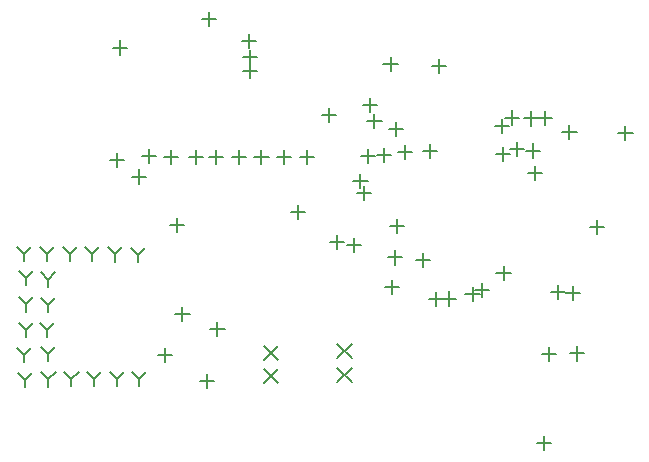
<source format=gbr>
G04 DipTrace 3.2.0.1*
G04 Plated_Through.gbr*
%MOIN*%
G04 #@! TF.FileFunction,Plated,1,2,PTH,Drill*
G04 #@! TF.Part,Single*
G04 Drill Symbols*
G04 D=0.015748 - Cross*
G04 D=0.027559 - X*
G04 D=0.031496 - Y*
G04 D=0.043307 - T*
G04 D=0.11811 - V*
%ADD10C,0.007874*%
%FSLAX26Y26*%
G04*
G70*
G90*
G75*
G01*
X1269172Y762971D2*
D10*
X1316416Y715727D1*
Y762971D2*
X1269172Y715727D1*
Y684231D2*
X1316416Y636987D1*
Y684231D2*
X1269172Y636987D1*
X1514344Y767791D2*
X1561588Y720547D1*
Y767791D2*
X1514344Y720547D1*
Y689051D2*
X1561588Y641807D1*
Y689051D2*
X1514344Y641807D1*
X1799098Y1072862D2*
Y1025618D1*
X1775476Y1049240D2*
X1822720D1*
X1484849Y1554331D2*
Y1507087D1*
X1461227Y1530709D2*
X1508471D1*
X1569689Y1121164D2*
Y1073920D1*
X1546067Y1097542D2*
X1593311D1*
X1964594Y959138D2*
Y911894D1*
X1940972Y935516D2*
X1988217D1*
X1995925Y971853D2*
Y924609D1*
X1972303Y948231D2*
X2019547D1*
X1739169Y1433130D2*
Y1385886D1*
X1715547Y1409508D2*
X1762791D1*
X979572Y1187766D2*
Y1140522D1*
X955950Y1164144D2*
X1003194D1*
X1511794Y1132068D2*
Y1084824D1*
X1488172Y1108446D2*
X1535416D1*
X1602667Y1294837D2*
Y1247593D1*
X1579045Y1271215D2*
X1626289D1*
X1706058Y1080314D2*
Y1033070D1*
X1682436Y1056692D2*
X1729680D1*
X1713576Y1184794D2*
Y1137550D1*
X1689954Y1161172D2*
X1737198D1*
X2202047Y462766D2*
Y415522D1*
X2178425Y439144D2*
X2225669D1*
X2250373Y964966D2*
Y917722D1*
X2226751Y941344D2*
X2273995D1*
X2300070Y962589D2*
Y915345D1*
X2276448Y938967D2*
X2323692D1*
X1617046Y1418874D2*
Y1371630D1*
X1593424Y1395252D2*
X1640668D1*
X1590995Y1334308D2*
Y1287064D1*
X1567373Y1310686D2*
X1614617D1*
X853820Y1350062D2*
Y1302818D1*
X830198Y1326440D2*
X877442D1*
X1885886Y943424D2*
Y896180D1*
X1862264Y919802D2*
X1909508D1*
X2171720Y1361533D2*
Y1314289D1*
X2148098Y1337911D2*
X2195343D1*
X1842106Y942745D2*
Y895501D1*
X1818484Y919123D2*
X1865728D1*
X1114295Y842290D2*
Y795046D1*
X1090673Y818668D2*
X1137917D1*
X1080371Y669621D2*
Y622377D1*
X1056749Y645999D2*
X1103993D1*
X997630Y892739D2*
Y845495D1*
X974008Y869117D2*
X1021252D1*
X939697Y754403D2*
Y707159D1*
X916075Y730781D2*
X963319D1*
X2474383Y1494912D2*
Y1447668D1*
X2450761Y1471290D2*
X2498005D1*
X2287686Y1497248D2*
Y1450004D1*
X2264064Y1473626D2*
X2311308D1*
X2379533Y1180710D2*
Y1133466D1*
X2355911Y1157088D2*
X2403155D1*
X1221969Y1701925D2*
Y1654681D1*
X1198346Y1678303D2*
X1245591D1*
X1223127Y1749367D2*
Y1702123D1*
X1199505Y1725745D2*
X1246749D1*
X1220566Y1802121D2*
Y1754877D1*
X1196944Y1778499D2*
X1244188D1*
X1709446Y1509605D2*
Y1462361D1*
X1685824Y1485983D2*
X1733068D1*
X1668228Y1421879D2*
Y1374635D1*
X1644606Y1398257D2*
X1691850D1*
X2067890Y1027856D2*
Y980612D1*
X2044268Y1004234D2*
X2091512D1*
X2164915Y1436630D2*
Y1389386D1*
X2141293Y1413008D2*
X2188537D1*
X1084718Y1875214D2*
Y1827970D1*
X1061096Y1851592D2*
X1108340D1*
X1637654Y1536459D2*
Y1489215D1*
X1614031Y1512837D2*
X1661276D1*
X1623866Y1589093D2*
Y1541849D1*
X1600244Y1565471D2*
X1647488D1*
X2204533Y1544474D2*
Y1497230D1*
X2180911Y1520852D2*
X2228155D1*
X2158854Y1543709D2*
Y1496465D1*
X2135232Y1520087D2*
X2182476D1*
X2095396Y1546625D2*
Y1499381D1*
X2071774Y1523003D2*
X2119018D1*
X1691364Y1726092D2*
Y1678848D1*
X1667741Y1702470D2*
X1714986D1*
X1853039Y1718491D2*
Y1671247D1*
X1829417Y1694869D2*
X1876661D1*
X1411860Y1414189D2*
Y1366945D1*
X1388238Y1390567D2*
X1435482D1*
X1335518Y1414213D2*
Y1366969D1*
X1311896Y1390591D2*
X1359140D1*
X1260970Y1414631D2*
Y1367387D1*
X1237348Y1391009D2*
X1284592D1*
X1185979Y1414213D2*
Y1366969D1*
X1162357Y1390591D2*
X1209601D1*
X1109639Y1414789D2*
Y1367545D1*
X1086017Y1391167D2*
X1133261D1*
X1042266Y1413836D2*
Y1366592D1*
X1018644Y1390214D2*
X1065888D1*
X960371Y1415026D2*
Y1367782D1*
X936749Y1391404D2*
X983993D1*
X886333Y1417644D2*
Y1370400D1*
X862711Y1394022D2*
X909955D1*
X2313591Y760395D2*
Y713151D1*
X2289969Y736773D2*
X2337213D1*
X446678Y1091743D2*
X470301Y1068121D1*
X493923Y1091743D1*
X470301Y1068121D2*
Y1044499D1*
X453066Y1012193D2*
X476688Y988571D1*
X500310Y1012193D1*
X476688Y988571D2*
Y964949D1*
X452276Y923735D2*
X475898Y900113D1*
X499520Y923735D1*
X475898Y900113D2*
Y876491D1*
X448211Y671648D2*
X471833Y648026D1*
X495455Y671648D1*
X471833Y648026D2*
Y624404D1*
X523778Y1091741D2*
X547400Y1068119D1*
X571022Y1091741D1*
X547400Y1068119D2*
Y1044497D1*
X600467Y1091845D2*
X624089Y1068223D1*
X647711Y1091845D1*
X624089Y1068223D2*
Y1044601D1*
X672794Y1091741D2*
X696416Y1068119D1*
X720038Y1091741D1*
X696416Y1068119D2*
Y1044497D1*
X748030Y1090185D2*
X771652Y1066563D1*
X795274Y1090185D1*
X771652Y1066563D2*
Y1042941D1*
X825026Y1088629D2*
X848648Y1065007D1*
X872270Y1088629D1*
X848648Y1065007D2*
Y1041385D1*
X525333Y1006654D2*
X548955Y983031D1*
X572577Y1006654D1*
X548955Y983031D2*
Y959409D1*
X525231Y922280D2*
X548853Y898657D1*
X572475Y922280D1*
X548853Y898657D2*
Y875035D1*
X527198Y673614D2*
X550820Y649992D1*
X574442Y673614D1*
X550820Y649992D2*
Y626370D1*
X603887Y675274D2*
X627509Y651652D1*
X651131Y675274D1*
X627509Y651652D2*
Y628030D1*
X677975Y675172D2*
X701597Y651550D1*
X725219Y675172D1*
X701597Y651550D2*
Y627928D1*
X756428Y675274D2*
X780050Y651652D1*
X803672Y675274D1*
X780050Y651652D2*
Y628030D1*
X829801Y675071D2*
X853423Y651449D1*
X877045Y675071D1*
X853423Y651449D2*
Y627827D1*
X523675Y839612D2*
X547297Y815990D1*
X570919Y839612D1*
X547297Y815990D2*
Y792367D1*
X452173Y839612D2*
X475795Y815990D1*
X499417Y839612D1*
X475795Y815990D2*
Y792367D1*
X444915Y755034D2*
X468537Y731412D1*
X492159Y755034D1*
X468537Y731412D2*
Y707790D1*
X525436Y758352D2*
X549058Y734730D1*
X572680Y758352D1*
X549058Y734730D2*
Y711108D1*
X2063028Y1518588D2*
Y1471344D1*
X2039406Y1494966D2*
X2086650D1*
X2113507Y1442382D2*
Y1395138D1*
X2089885Y1418760D2*
X2137129D1*
X2064877Y1425745D2*
Y1378501D1*
X2041255Y1402123D2*
X2088499D1*
X2218531Y758547D2*
Y711303D1*
X2194909Y734925D2*
X2242154D1*
X1383942Y1230951D2*
Y1183707D1*
X1360320Y1207329D2*
X1407564D1*
X1695259Y981067D2*
Y933823D1*
X1671636Y957445D2*
X1718881D1*
X790291Y1780054D2*
Y1732810D1*
X766669Y1756432D2*
X813913D1*
X780298Y1405526D2*
Y1358282D1*
X756676Y1381904D2*
X803920D1*
X1823003Y1435442D2*
Y1388198D1*
X1799381Y1411820D2*
X1846625D1*
M02*

</source>
